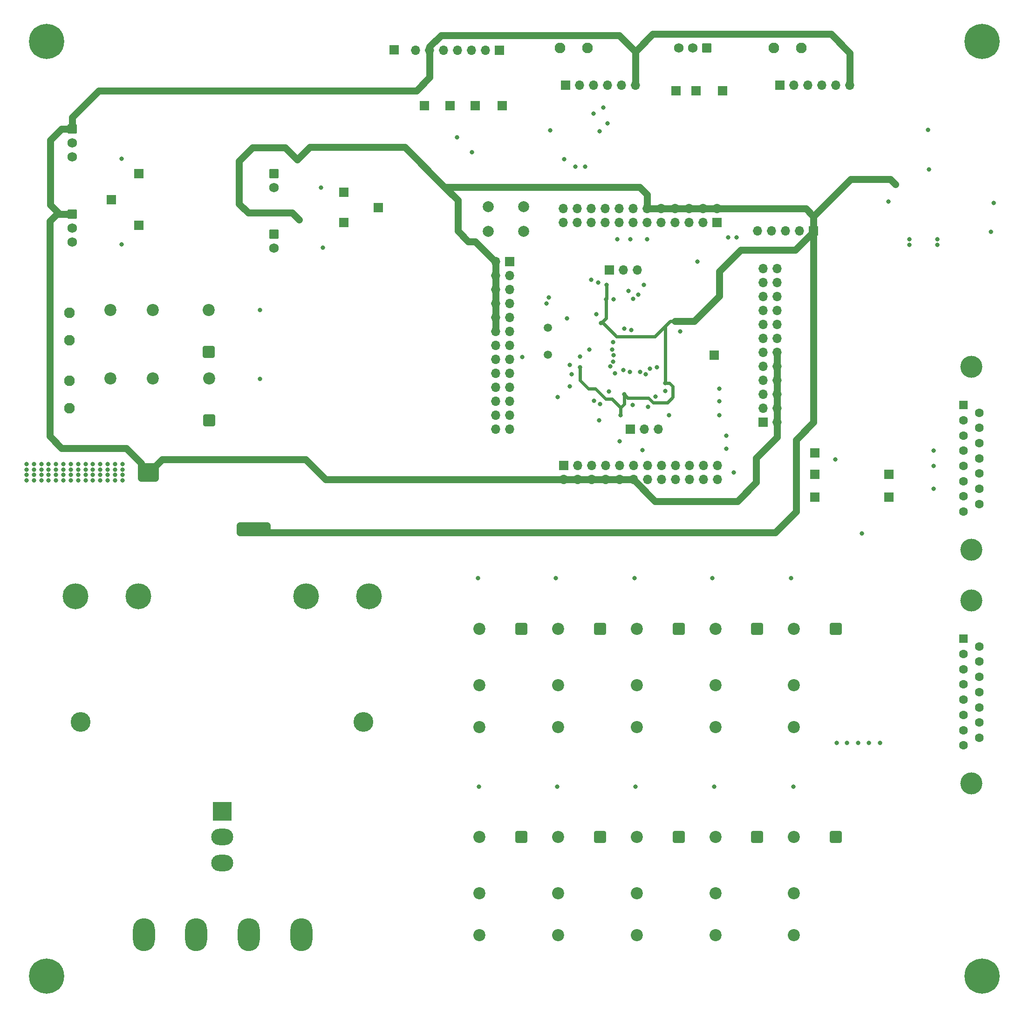
<source format=gbr>
%TF.GenerationSoftware,KiCad,Pcbnew,8.0.7*%
%TF.CreationDate,2025-04-17T15:34:12+07:00*%
%TF.ProjectId,Tractor VCU,54726163-746f-4722-9056-43552e6b6963,rev?*%
%TF.SameCoordinates,Original*%
%TF.FileFunction,Copper,L3,Inr*%
%TF.FilePolarity,Positive*%
%FSLAX46Y46*%
G04 Gerber Fmt 4.6, Leading zero omitted, Abs format (unit mm)*
G04 Created by KiCad (PCBNEW 8.0.7) date 2025-04-17 15:34:12*
%MOMM*%
%LPD*%
G01*
G04 APERTURE LIST*
G04 Aperture macros list*
%AMRoundRect*
0 Rectangle with rounded corners*
0 $1 Rounding radius*
0 $2 $3 $4 $5 $6 $7 $8 $9 X,Y pos of 4 corners*
0 Add a 4 corners polygon primitive as box body*
4,1,4,$2,$3,$4,$5,$6,$7,$8,$9,$2,$3,0*
0 Add four circle primitives for the rounded corners*
1,1,$1+$1,$2,$3*
1,1,$1+$1,$4,$5*
1,1,$1+$1,$6,$7*
1,1,$1+$1,$8,$9*
0 Add four rect primitives between the rounded corners*
20,1,$1+$1,$2,$3,$4,$5,0*
20,1,$1+$1,$4,$5,$6,$7,0*
20,1,$1+$1,$6,$7,$8,$9,0*
20,1,$1+$1,$8,$9,$2,$3,0*%
G04 Aperture macros list end*
%TA.AperFunction,ComponentPad*%
%ADD10RoundRect,0.341000X-0.759000X0.759000X-0.759000X-0.759000X0.759000X-0.759000X0.759000X0.759000X0*%
%TD*%
%TA.AperFunction,ComponentPad*%
%ADD11C,2.200000*%
%TD*%
%TA.AperFunction,ComponentPad*%
%ADD12R,1.700000X1.700000*%
%TD*%
%TA.AperFunction,ComponentPad*%
%ADD13C,0.800000*%
%TD*%
%TA.AperFunction,ComponentPad*%
%ADD14C,6.400000*%
%TD*%
%TA.AperFunction,ComponentPad*%
%ADD15C,1.950000*%
%TD*%
%TA.AperFunction,ComponentPad*%
%ADD16O,1.700000X1.700000*%
%TD*%
%TA.AperFunction,ComponentPad*%
%ADD17C,4.000000*%
%TD*%
%TA.AperFunction,ComponentPad*%
%ADD18R,1.600000X1.600000*%
%TD*%
%TA.AperFunction,ComponentPad*%
%ADD19C,1.600000*%
%TD*%
%TA.AperFunction,ComponentPad*%
%ADD20C,4.700000*%
%TD*%
%TA.AperFunction,ComponentPad*%
%ADD21RoundRect,0.341000X0.759000X0.759000X-0.759000X0.759000X-0.759000X-0.759000X0.759000X-0.759000X0*%
%TD*%
%TA.AperFunction,ComponentPad*%
%ADD22O,4.000000X6.000000*%
%TD*%
%TA.AperFunction,ComponentPad*%
%ADD23RoundRect,0.250000X-0.620000X0.620000X-0.620000X-0.620000X0.620000X-0.620000X0.620000X0.620000X0*%
%TD*%
%TA.AperFunction,ComponentPad*%
%ADD24C,1.740000*%
%TD*%
%TA.AperFunction,ComponentPad*%
%ADD25C,1.500000*%
%TD*%
%TA.AperFunction,ComponentPad*%
%ADD26C,2.000000*%
%TD*%
%TA.AperFunction,ComponentPad*%
%ADD27C,3.600000*%
%TD*%
%TA.AperFunction,ComponentPad*%
%ADD28RoundRect,0.250000X0.620000X0.620000X-0.620000X0.620000X-0.620000X-0.620000X0.620000X-0.620000X0*%
%TD*%
%TA.AperFunction,ComponentPad*%
%ADD29R,3.400000X3.400000*%
%TD*%
%TA.AperFunction,ComponentPad*%
%ADD30O,4.000000X3.000000*%
%TD*%
%TA.AperFunction,ViaPad*%
%ADD31C,0.800000*%
%TD*%
%TA.AperFunction,Conductor*%
%ADD32C,1.250000*%
%TD*%
%TA.AperFunction,Conductor*%
%ADD33C,0.600000*%
%TD*%
G04 APERTURE END LIST*
D10*
%TO.N,+12V*%
%TO.C,K10*%
X255285000Y-208271574D03*
D11*
%TO.N,Net-(D13-A)*%
X247685000Y-208271574D03*
%TO.N,/DRIVER & CONNECTOR/DRIVER_PUMP5*%
X247685000Y-218471574D03*
%TO.N,PUMP_DRIVER*%
X247685000Y-226171574D03*
%TD*%
D12*
%TO.N,/DRIVER & CONNECTOR/DAC2_OUT*%
%TO.C,TP12*%
X251460000Y-146431000D03*
%TD*%
D10*
%TO.N,+12V*%
%TO.C,K8*%
X226710000Y-208272000D03*
D11*
%TO.N,Net-(D11-A)*%
X219110000Y-208272000D03*
%TO.N,/DRIVER & CONNECTOR/DRIVER_PUMP3*%
X219110000Y-218472000D03*
%TO.N,PUMP_DRIVER*%
X219110000Y-226172000D03*
%TD*%
D10*
%TO.N,+12V*%
%TO.C,K5*%
X255285000Y-170426000D03*
D11*
%TO.N,Net-(D8-A)*%
X247685000Y-170426000D03*
%TO.N,/DRIVER & CONNECTOR/DRIVER_MAIN5*%
X247685000Y-180626000D03*
%TO.N,MAIN_DRIVER*%
X247685000Y-188326000D03*
%TD*%
D10*
%TO.N,+12V*%
%TO.C,K6*%
X198135000Y-208272000D03*
D11*
%TO.N,Net-(D9-A)*%
X190535000Y-208272000D03*
%TO.N,/DRIVER & CONNECTOR/DRIVER_PUMP1*%
X190535000Y-218472000D03*
%TO.N,/POWER SUPPLY/72V*%
X190535000Y-226172000D03*
%TD*%
D13*
%TO.N,unconnected-(H6-Pad1)_3*%
%TO.C,H6*%
X109450000Y-233590000D03*
%TO.N,unconnected-(H6-Pad1)_2*%
X110152944Y-231892944D03*
%TO.N,unconnected-(H6-Pad1)_5*%
X110152944Y-235287056D03*
%TO.N,unconnected-(H6-Pad1)_7*%
X111850000Y-231190000D03*
D14*
%TO.N,unconnected-(H6-Pad1)_8*%
X111850000Y-233590000D03*
D13*
%TO.N,unconnected-(H6-Pad1)_4*%
X111850000Y-235990000D03*
%TO.N,unconnected-(H6-Pad1)_6*%
X113547056Y-231892944D03*
%TO.N,unconnected-(H6-Pad1)*%
X113547056Y-235287056D03*
%TO.N,unconnected-(H6-Pad1)_1*%
X114250000Y-233590000D03*
%TD*%
D12*
%TO.N,GND*%
%TO.C,TP22*%
X172106041Y-93787210D03*
%TD*%
D15*
%TO.N,CAN2_N*%
%TO.C,J16*%
X244007000Y-64766000D03*
%TO.N,CAN2_P*%
X249007000Y-64766000D03*
%TD*%
D12*
%TO.N,PUMP_THROTTLE*%
%TO.C,TP14*%
X264922000Y-146431000D03*
%TD*%
D13*
%TO.N,unconnected-(H5-Pad1)_5*%
%TO.C,H5*%
X109450000Y-63590000D03*
%TO.N,unconnected-(H5-Pad1)_8*%
X110152944Y-61892944D03*
%TO.N,unconnected-(H5-Pad1)_1*%
X110152944Y-65287056D03*
%TO.N,unconnected-(H5-Pad1)*%
X111850000Y-61190000D03*
D14*
%TO.N,unconnected-(H5-Pad1)_2*%
X111850000Y-63590000D03*
D13*
%TO.N,unconnected-(H5-Pad1)_6*%
X111850000Y-65990000D03*
%TO.N,unconnected-(H5-Pad1)_3*%
X113547056Y-61892944D03*
%TO.N,unconnected-(H5-Pad1)_4*%
X113547056Y-65287056D03*
%TO.N,unconnected-(H5-Pad1)_7*%
X114250000Y-63590000D03*
%TD*%
D12*
%TO.N,/DRIVER & CONNECTOR/SPI1_MISO*%
%TO.C,TP8*%
X180467000Y-75242000D03*
%TD*%
%TO.N,unconnected-(J17-Pin_1-Pad1)*%
%TO.C,J17*%
X194163000Y-65151000D03*
D16*
%TO.N,/DRIVER & CONNECTOR/SPI1_CS*%
X191623000Y-65151000D03*
%TO.N,/DRIVER & CONNECTOR/SPI1_SCK*%
X189083000Y-65151000D03*
%TO.N,/DRIVER & CONNECTOR/SPI1_MOSI*%
X186543000Y-65151000D03*
%TO.N,/DRIVER & CONNECTOR/SPI1_MISO*%
X184003000Y-65151000D03*
%TO.N,+5V*%
X181463000Y-65151000D03*
%TO.N,GND*%
X178923000Y-65151000D03*
%TD*%
D17*
%TO.N,GND*%
%TO.C,J9*%
X279885000Y-156053000D03*
X279885000Y-122753000D03*
D18*
%TO.N,MAIN_DGND*%
X278465000Y-129708000D03*
D19*
%TO.N,unconnected-(J9-Pad2)*%
X278465000Y-132478000D03*
%TO.N,/DRIVER & CONNECTOR/DRIVER_MAIN1*%
X278465000Y-135248000D03*
%TO.N,CAN1_P*%
X278465000Y-138018000D03*
%TO.N,CAN1_N*%
X278465000Y-140788000D03*
%TO.N,/DRIVER & CONNECTOR/DRIVER_MAIN5*%
X278465000Y-143558000D03*
%TO.N,unconnected-(J9-Pad7)*%
X278465000Y-146328000D03*
%TO.N,MAIN_DRIVER*%
X278465000Y-149098000D03*
%TO.N,MAIN_DGND*%
X281305000Y-131093000D03*
%TO.N,MAIN_TGND*%
X281305000Y-133863000D03*
%TO.N,/DRIVER & CONNECTOR/DRIVER_MAIN2*%
X281305000Y-136633000D03*
%TO.N,/DRIVER & CONNECTOR/DRIVER_MAIN3*%
X281305000Y-139403000D03*
%TO.N,/DRIVER & CONNECTOR/DRIVER_MAIN4*%
X281305000Y-142173000D03*
%TO.N,MAIN_THROTTLE*%
X281305000Y-144943000D03*
%TO.N,MAIN_DRIVER*%
X281305000Y-147713000D03*
%TD*%
D12*
%TO.N,PA15*%
%TO.C,J6*%
X233680000Y-96520000D03*
D16*
%TO.N,+3V3*%
X233680000Y-93980000D03*
%TO.N,/DRIVER & CONNECTOR/USART3_TX*%
X231140000Y-96520000D03*
%TO.N,+3V3*%
X231140000Y-93980000D03*
%TO.N,/DRIVER & CONNECTOR/USART3_RX*%
X228600000Y-96520000D03*
%TO.N,+3V3*%
X228600000Y-93980000D03*
%TO.N,PC12*%
X226060000Y-96520000D03*
%TO.N,+3V3*%
X226060000Y-93980000D03*
%TO.N,PD2*%
X223520000Y-96520000D03*
%TO.N,+3V3*%
X223520000Y-93980000D03*
%TO.N,/DRIVER & CONNECTOR/SPI1_SCK*%
X220980000Y-96520000D03*
%TO.N,+3V3*%
X220980000Y-93980000D03*
%TO.N,/DRIVER & CONNECTOR/SPI1_MISO*%
X218440000Y-96520000D03*
%TO.N,GND*%
X218440000Y-93980000D03*
%TO.N,/DRIVER & CONNECTOR/SPI1_MOSI*%
X215900000Y-96520000D03*
%TO.N,GND*%
X215900000Y-93980000D03*
%TO.N,/DRIVER & CONNECTOR/SPI1_CS*%
X213360000Y-96520000D03*
%TO.N,GND*%
X213360000Y-93980000D03*
%TO.N,PB7*%
X210820000Y-96520000D03*
%TO.N,GND*%
X210820000Y-93980000D03*
%TO.N,/STM32/PB8*%
X208280000Y-96520000D03*
%TO.N,GND*%
X208280000Y-93980000D03*
%TO.N,/STM32/PB9*%
X205740000Y-96520000D03*
%TO.N,GND*%
X205740000Y-93980000D03*
%TD*%
D10*
%TO.N,+12V*%
%TO.C,K4*%
X240997500Y-170426000D03*
D11*
%TO.N,Net-(D7-A)*%
X233397500Y-170426000D03*
%TO.N,/DRIVER & CONNECTOR/DRIVER_MAIN4*%
X233397500Y-180626000D03*
%TO.N,MAIN_DRIVER*%
X233397500Y-188326000D03*
%TD*%
D12*
%TO.N,GND*%
%TO.C,TP23*%
X251460000Y-138430000D03*
%TD*%
%TO.N,/DRIVER & CONNECTOR/SPI1_CS*%
%TO.C,TP5*%
X194602442Y-75242000D03*
%TD*%
D20*
%TO.N,+12V*%
%TO.C,MP2*%
X158958000Y-164465000D03*
%TD*%
D15*
%TO.N,CAN1_N*%
%TO.C,J15*%
X205145000Y-64766000D03*
%TO.N,CAN1_P*%
X210145000Y-64766000D03*
%TD*%
D12*
%TO.N,Net-(JP1-Pin_1)*%
%TO.C,JP1*%
X214122000Y-105156000D03*
D16*
%TO.N,/STM32/BOOT0*%
X216662000Y-105156000D03*
%TO.N,Net-(JP1-Pin_3)*%
X219202000Y-105156000D03*
%TD*%
D12*
%TO.N,MAIN_THROTTLE*%
%TO.C,TP13*%
X264922000Y-142279000D03*
%TD*%
D21*
%TO.N,+12V*%
%TO.C,K12*%
X141359000Y-132476000D03*
D11*
%TO.N,Net-(D15-A)*%
X141359000Y-124876000D03*
%TO.N,/RELAY/NO_EX2*%
X131159000Y-124876000D03*
%TO.N,/RELAY/COM_EX2*%
X123459000Y-124876000D03*
%TD*%
D22*
%TO.N,Net-(J21-Pin_1)*%
%TO.C,J21*%
X129512000Y-226060000D03*
%TO.N,GND*%
X139042000Y-226060000D03*
X148582000Y-226060000D03*
%TO.N,Net-(J21-Pin_4)*%
X158112000Y-226060000D03*
%TD*%
D23*
%TO.N,+5V*%
%TO.C,J19*%
X116459000Y-79478498D03*
D24*
%TO.N,Net-(J19-Pin_2)*%
X116459000Y-82018498D03*
%TO.N,GND*%
X116459000Y-84558498D03*
%TD*%
D23*
%TO.N,/DRIVER & CONNECTOR/BRAKE2_SWITCH*%
%TO.C,J12*%
X153150000Y-98630002D03*
D24*
%TO.N,GND*%
X153150000Y-101170002D03*
%TD*%
D12*
%TO.N,/DRIVER & CONNECTOR/SPI1_SCK*%
%TO.C,TP6*%
X189763628Y-75242000D03*
%TD*%
D10*
%TO.N,+12V*%
%TO.C,K3*%
X226710000Y-170426000D03*
D11*
%TO.N,Net-(D6-A)*%
X219110000Y-170426000D03*
%TO.N,/DRIVER & CONNECTOR/DRIVER_MAIN3*%
X219110000Y-180626000D03*
%TO.N,MAIN_DRIVER*%
X219110000Y-188326000D03*
%TD*%
D23*
%TO.N,/DRIVER & CONNECTOR/BRAKE1_SWITCH*%
%TO.C,J11*%
X153150000Y-87630000D03*
D24*
%TO.N,GND*%
X153150000Y-90170000D03*
%TD*%
D10*
%TO.N,+12V*%
%TO.C,K2*%
X212422500Y-170426000D03*
D11*
%TO.N,Net-(D5-A)*%
X204822500Y-170426000D03*
%TO.N,/DRIVER & CONNECTOR/DRIVER_MAIN2*%
X204822500Y-180626000D03*
%TO.N,MAIN_DRIVER*%
X204822500Y-188326000D03*
%TD*%
D25*
%TO.N,Net-(U2-PH1)*%
%TO.C,Y1*%
X202946000Y-120560000D03*
%TO.N,Net-(U2-PH0)*%
X202946000Y-115680000D03*
%TD*%
D12*
%TO.N,/DRIVER & CONNECTOR/USART3_RX*%
%TO.C,TP10*%
X226187000Y-72547000D03*
%TD*%
D26*
%TO.N,GND*%
%TO.C,SW1*%
X192076000Y-93635000D03*
X198576000Y-93635000D03*
%TO.N,NRST*%
X192076000Y-98135000D03*
X198576000Y-98135000D03*
%TD*%
D27*
%TO.N,GND*%
%TO.C,H1*%
X118017999Y-187325000D03*
%TD*%
D12*
%TO.N,/DRIVER & CONNECTOR/USART3_TX*%
%TO.C,TP9*%
X229870000Y-72547000D03*
%TD*%
%TO.N,PC13*%
%TO.C,J3*%
X195961000Y-103647000D03*
D16*
%TO.N,+3V3*%
X193421000Y-103647000D03*
%TO.N,PC14*%
X195961000Y-106187000D03*
%TO.N,+3V3*%
X193421000Y-106187000D03*
%TO.N,PC15*%
X195961000Y-108727000D03*
%TO.N,+3V3*%
X193421000Y-108727000D03*
%TO.N,NRST*%
X195961000Y-111267000D03*
%TO.N,+3V3*%
X193421000Y-111267000D03*
%TO.N,/DRIVER & CONNECTOR/BRAKE1_IN*%
X195961000Y-113807000D03*
%TO.N,+3V3*%
X193421000Y-113807000D03*
%TO.N,/DRIVER & CONNECTOR/BRAKE2_IN*%
X195961000Y-116347000D03*
%TO.N,+3V3*%
X193421000Y-116347000D03*
%TO.N,/DRIVER & CONNECTOR/ADC1_IN12*%
X195961000Y-118887000D03*
%TO.N,GND*%
X193421000Y-118887000D03*
%TO.N,/DRIVER & CONNECTOR/ADC1_IN13*%
X195961000Y-121427000D03*
%TO.N,GND*%
X193421000Y-121427000D03*
%TO.N,PA0*%
X195961000Y-123967000D03*
%TO.N,GND*%
X193421000Y-123967000D03*
%TO.N,/STM32/PA1*%
X195961000Y-126507000D03*
%TO.N,GND*%
X193421000Y-126507000D03*
%TO.N,/STM32/PA2*%
X195961000Y-129047000D03*
%TO.N,GND*%
X193421000Y-129047000D03*
%TO.N,PA3*%
X195961000Y-131587000D03*
%TO.N,GND*%
X193421000Y-131587000D03*
%TO.N,/DRIVER & CONNECTOR/DAC1_OUT*%
X195961000Y-134127000D03*
%TO.N,GND*%
X193421000Y-134127000D03*
%TD*%
D20*
%TO.N,5_BUCK*%
%TO.C,MP3*%
X128478000Y-164465000D03*
%TD*%
D23*
%TO.N,+5V*%
%TO.C,J20*%
X116459000Y-94996000D03*
D24*
%TO.N,Net-(J20-Pin_2)*%
X116459000Y-97536000D03*
%TO.N,GND*%
X116459000Y-100076000D03*
%TD*%
D12*
%TO.N,/DRIVER & CONNECTOR/ADC1_IN13*%
%TO.C,TP16*%
X128631599Y-97051499D03*
%TD*%
%TO.N,+3V3*%
%TO.C,J2*%
X251205999Y-98044000D03*
D16*
%TO.N,PA13*%
X248665999Y-98044000D03*
%TO.N,PA14*%
X246125999Y-98044000D03*
%TO.N,NRST*%
X243585999Y-98044000D03*
%TO.N,GND*%
X241045999Y-98044000D03*
%TD*%
D20*
%TO.N,GND*%
%TO.C,MP4*%
X117048000Y-164465000D03*
%TD*%
D12*
%TO.N,CAN2_N*%
%TO.C,J14*%
X245105000Y-71553500D03*
D16*
%TO.N,CAN2_P*%
X247645000Y-71553500D03*
%TO.N,/STM32/PB12*%
X250185000Y-71553500D03*
%TO.N,/STM32/PB13*%
X252725000Y-71553500D03*
%TO.N,GND*%
X255265000Y-71553500D03*
%TO.N,+5V*%
X257805000Y-71553500D03*
%TD*%
D12*
%TO.N,/DRIVER & CONNECTOR/ADC1_IN12*%
%TO.C,TP15*%
X128631599Y-87573006D03*
%TD*%
D20*
%TO.N,GND*%
%TO.C,MP1*%
X170388000Y-164464998D03*
%TD*%
D12*
%TO.N,/DRIVER & CONNECTOR/BRAKE2_IN*%
%TO.C,TP18*%
X165850000Y-96520001D03*
%TD*%
D21*
%TO.N,+12V*%
%TO.C,K11*%
X141338000Y-120030000D03*
D11*
%TO.N,Net-(D14-A)*%
X141338000Y-112430000D03*
%TO.N,/RELAY/NO_EX1*%
X131138000Y-112430000D03*
%TO.N,/RELAY/COM_EX1*%
X123438000Y-112430000D03*
%TD*%
D28*
%TO.N,GND*%
%TO.C,J18*%
X231775000Y-64770000D03*
D24*
%TO.N,/DRIVER & CONNECTOR/USART3_TX*%
X229235000Y-64770000D03*
%TO.N,/DRIVER & CONNECTOR/USART3_RX*%
X226695000Y-64770000D03*
%TD*%
D17*
%TO.N,GND*%
%TO.C,J10*%
X279900331Y-198567000D03*
X279900331Y-165267000D03*
D18*
%TO.N,PUMP_DGND*%
X278480331Y-172222000D03*
D19*
%TO.N,unconnected-(J10-Pad2)*%
X278480331Y-174992000D03*
%TO.N,/DRIVER & CONNECTOR/DRIVER_PUMP1*%
X278480331Y-177762000D03*
%TO.N,CAN2_P*%
X278480331Y-180532000D03*
%TO.N,CAN2_N*%
X278480331Y-183302000D03*
%TO.N,/DRIVER & CONNECTOR/DRIVER_PUMP5*%
X278480331Y-186072000D03*
%TO.N,unconnected-(J10-Pad7)*%
X278480331Y-188842000D03*
%TO.N,PUMP_DRIVER*%
X278480331Y-191612000D03*
%TO.N,PUMP_DGND*%
X281320331Y-173607000D03*
%TO.N,PUMP_TGND*%
X281320331Y-176377000D03*
%TO.N,/DRIVER & CONNECTOR/DRIVER_PUMP2*%
X281320331Y-179147000D03*
%TO.N,/DRIVER & CONNECTOR/DRIVER_PUMP3*%
X281320331Y-181917000D03*
%TO.N,/DRIVER & CONNECTOR/DRIVER_PUMP4*%
X281320331Y-184687000D03*
%TO.N,PUMP_THROTTLE*%
X281320331Y-187457000D03*
%TO.N,PUMP_DRIVER*%
X281320331Y-190227000D03*
%TD*%
D10*
%TO.N,+12V*%
%TO.C,K1*%
X198135000Y-170426000D03*
D11*
%TO.N,Net-(D4-A)*%
X190535000Y-170426000D03*
%TO.N,/DRIVER & CONNECTOR/DRIVER_MAIN1*%
X190535000Y-180626000D03*
%TO.N,/POWER SUPPLY/72V*%
X190535000Y-188326000D03*
%TD*%
D27*
%TO.N,GND*%
%TO.C,H2*%
X169418000Y-187325000D03*
%TD*%
D13*
%TO.N,unconnected-(H3-Pad1)_2*%
%TO.C,H3*%
X279450000Y-233590000D03*
%TO.N,unconnected-(H3-Pad1)*%
X280152944Y-231892944D03*
%TO.N,unconnected-(H3-Pad1)_7*%
X280152944Y-235287056D03*
%TO.N,unconnected-(H3-Pad1)_6*%
X281850000Y-231190000D03*
D14*
%TO.N,unconnected-(H3-Pad1)_8*%
X281850000Y-233590000D03*
D13*
%TO.N,unconnected-(H3-Pad1)_1*%
X281850000Y-235990000D03*
%TO.N,unconnected-(H3-Pad1)_4*%
X283547056Y-231892944D03*
%TO.N,unconnected-(H3-Pad1)_3*%
X283547056Y-235287056D03*
%TO.N,unconnected-(H3-Pad1)_5*%
X284250000Y-233590000D03*
%TD*%
D12*
%TO.N,/DRIVER & CONNECTOR/SPI1_MOSI*%
%TO.C,TP7*%
X185166000Y-75242000D03*
%TD*%
%TO.N,/DRIVER & CONNECTOR/BRAKE1_IN*%
%TO.C,TP17*%
X165850000Y-91010003D03*
%TD*%
D10*
%TO.N,+12V*%
%TO.C,K9*%
X240997500Y-208272000D03*
D11*
%TO.N,Net-(D12-A)*%
X233397500Y-208272000D03*
%TO.N,/DRIVER & CONNECTOR/DRIVER_PUMP4*%
X233397500Y-218472000D03*
%TO.N,PUMP_DRIVER*%
X233397500Y-226172000D03*
%TD*%
D12*
%TO.N,GND*%
%TO.C,TP20*%
X175006000Y-65126000D03*
%TD*%
%TO.N,CAN1_N*%
%TO.C,J13*%
X206121000Y-71553500D03*
D16*
%TO.N,CAN1_P*%
X208661000Y-71553500D03*
%TO.N,/STM32/PB8*%
X211201000Y-71553500D03*
%TO.N,/STM32/PB9*%
X213741000Y-71553500D03*
%TO.N,GND*%
X216281000Y-71553500D03*
%TO.N,+5V*%
X218821000Y-71553500D03*
%TD*%
D12*
%TO.N,Net-(JP2-Pin_1)*%
%TO.C,JP2*%
X217909500Y-134112000D03*
D16*
%TO.N,PB2*%
X220449500Y-134112000D03*
%TO.N,Net-(JP2-Pin_3)*%
X222989500Y-134112000D03*
%TD*%
D29*
%TO.N,+12V*%
%TO.C,SW2*%
X143764000Y-203580000D03*
D30*
%TO.N,Net-(SW2-B)*%
X143764000Y-208280000D03*
%TO.N,unconnected-(SW2-C-Pad3)*%
X143764000Y-212980000D03*
%TD*%
D15*
%TO.N,/RELAY/NO_EX1*%
%TO.C,J7*%
X115951000Y-117903000D03*
%TO.N,/RELAY/COM_EX1*%
X115951000Y-112903000D03*
%TD*%
D13*
%TO.N,unconnected-(H4-Pad1)_8*%
%TO.C,H4*%
X279450000Y-63590000D03*
%TO.N,unconnected-(H4-Pad1)_6*%
X280152944Y-61892944D03*
%TO.N,unconnected-(H4-Pad1)*%
X280152944Y-65287056D03*
%TO.N,unconnected-(H4-Pad1)_4*%
X281850000Y-61190000D03*
D14*
%TO.N,unconnected-(H4-Pad1)_3*%
X281850000Y-63590000D03*
D13*
%TO.N,unconnected-(H4-Pad1)_1*%
X281850000Y-65990000D03*
%TO.N,unconnected-(H4-Pad1)_7*%
X283547056Y-61892944D03*
%TO.N,unconnected-(H4-Pad1)_5*%
X283547056Y-65287056D03*
%TO.N,unconnected-(H4-Pad1)_2*%
X284250000Y-63590000D03*
%TD*%
D10*
%TO.N,+12V*%
%TO.C,K7*%
X212422500Y-208272000D03*
D11*
%TO.N,Net-(D10-A)*%
X204822500Y-208272000D03*
%TO.N,/DRIVER & CONNECTOR/DRIVER_PUMP2*%
X204822500Y-218472000D03*
%TO.N,PUMP_DRIVER*%
X204822500Y-226172000D03*
%TD*%
D15*
%TO.N,/RELAY/NO_EX2*%
%TO.C,J8*%
X115951000Y-130266500D03*
%TO.N,/RELAY/COM_EX2*%
X115951000Y-125266500D03*
%TD*%
D12*
%TO.N,GND*%
%TO.C,TP21*%
X234696000Y-72547000D03*
%TD*%
%TO.N,/DRIVER & CONNECTOR/DAC2_OUT*%
%TO.C,J4*%
X205780000Y-140716000D03*
D16*
%TO.N,+5V*%
X205780000Y-143256000D03*
%TO.N,PA6*%
X208320000Y-140716000D03*
%TO.N,+5V*%
X208320000Y-143256000D03*
%TO.N,/STM32/PA7*%
X210860000Y-140716000D03*
%TO.N,+5V*%
X210860000Y-143256000D03*
%TO.N,/STM32/PC4*%
X213400000Y-140716000D03*
%TO.N,+5V*%
X213400000Y-143256000D03*
%TO.N,/STM32/PC5*%
X215940000Y-140716000D03*
%TO.N,+5V*%
X215940000Y-143256000D03*
%TO.N,/STM32/PB0*%
X218480000Y-140716000D03*
%TO.N,+5V*%
X218480000Y-143256000D03*
%TO.N,/STM32/PB1*%
X221020000Y-140716000D03*
%TO.N,GND*%
X221020000Y-143256000D03*
%TO.N,PB2*%
X223560000Y-140716000D03*
%TO.N,GND*%
X223560000Y-143256000D03*
%TO.N,PB10*%
X226100000Y-140716000D03*
%TO.N,GND*%
X226100000Y-143256000D03*
%TO.N,/STM32/PB12*%
X228640000Y-140716000D03*
%TO.N,GND*%
X228640000Y-143256000D03*
%TO.N,/STM32/PB13*%
X231180000Y-140716000D03*
%TO.N,GND*%
X231180000Y-143256000D03*
%TO.N,PB14*%
X233720000Y-140716000D03*
%TO.N,GND*%
X233720000Y-143256000D03*
%TD*%
D12*
%TO.N,/DRIVER & CONNECTOR/DAC1_OUT*%
%TO.C,TP11*%
X251460000Y-142279000D03*
%TD*%
%TO.N,GND*%
%TO.C,TP19*%
X123571000Y-92329000D03*
%TD*%
%TO.N,PA8*%
%TO.C,TP4*%
X233172000Y-120650000D03*
%TD*%
%TO.N,/STM32/PB15*%
%TO.C,J5*%
X242042000Y-132822000D03*
D16*
%TO.N,+5V*%
X244582000Y-132822000D03*
%TO.N,/STM32/PC6*%
X242042000Y-130282000D03*
%TO.N,+5V*%
X244582000Y-130282000D03*
%TO.N,/STM32/PC7*%
X242042000Y-127742000D03*
%TO.N,+5V*%
X244582000Y-127742000D03*
%TO.N,/STM32/PC8*%
X242042000Y-125202000D03*
%TO.N,+5V*%
X244582000Y-125202000D03*
%TO.N,/STM32/PC9*%
X242042000Y-122662000D03*
%TO.N,+5V*%
X244582000Y-122662000D03*
%TO.N,PA8*%
X242042000Y-120122000D03*
%TO.N,+5V*%
X244582000Y-120122000D03*
%TO.N,PA9*%
X242042000Y-117582000D03*
%TO.N,GND*%
X244582000Y-117582000D03*
%TO.N,PA10*%
X242042000Y-115042000D03*
%TO.N,GND*%
X244582000Y-115042000D03*
%TO.N,USB_D_N*%
X242042000Y-112502000D03*
%TO.N,GND*%
X244582000Y-112502000D03*
%TO.N,USB_D_P*%
X242042000Y-109962000D03*
%TO.N,GND*%
X244582000Y-109962000D03*
%TO.N,PA13*%
X242042000Y-107422000D03*
%TO.N,GND*%
X244582000Y-107422000D03*
%TO.N,PA14*%
X242042000Y-104882000D03*
%TO.N,GND*%
X244582000Y-104882000D03*
%TD*%
D31*
%TO.N,GND*%
X109542384Y-142409332D03*
X117572688Y-141435666D03*
X114895920Y-143383000D03*
X108204000Y-142409332D03*
X114895920Y-141435666D03*
X113557536Y-143383000D03*
X124264608Y-142409332D03*
X108204000Y-140462000D03*
X110880768Y-140462000D03*
X264795000Y-92710000D03*
X109542384Y-140462000D03*
X211709000Y-113157000D03*
X113557536Y-141435666D03*
X116234304Y-142409332D03*
X224313980Y-127141312D03*
X120249456Y-141435666D03*
X110880768Y-142409332D03*
X109542384Y-141435666D03*
X122926224Y-141435666D03*
X124264608Y-143383000D03*
X247142000Y-161163000D03*
X108204000Y-143383000D03*
X204597000Y-199136000D03*
X116234304Y-141435666D03*
X190373000Y-199136000D03*
X120249456Y-143383000D03*
X218821000Y-199136000D03*
X233172000Y-199136000D03*
X208788000Y-120904000D03*
X204343000Y-161163000D03*
X232791000Y-161163000D03*
X125603000Y-141435666D03*
X116234304Y-143383000D03*
X108204000Y-141435666D03*
X117572688Y-142409332D03*
X120249456Y-140462000D03*
X110880768Y-143383000D03*
X255143000Y-139573000D03*
X206375000Y-113919000D03*
X114895920Y-142409332D03*
X117572688Y-140462000D03*
X118911072Y-140462000D03*
X112219152Y-143383000D03*
X113557536Y-142409332D03*
X190246000Y-161163000D03*
X122926224Y-142409332D03*
X259969000Y-153035000D03*
X118911072Y-143383000D03*
X125603000Y-142409332D03*
X272034000Y-79629000D03*
X220345000Y-107823000D03*
X272161000Y-86868000D03*
X118911072Y-142409332D03*
X122926224Y-143383000D03*
X117572688Y-143383000D03*
X161671000Y-90170000D03*
X121587840Y-143383000D03*
X121587840Y-142409332D03*
X114895920Y-140462000D03*
X222504000Y-128143000D03*
X150622000Y-112395000D03*
X150622000Y-124968000D03*
X125603000Y-143383000D03*
X124264608Y-141435666D03*
X118911072Y-141435666D03*
X120249456Y-142409332D03*
X283464000Y-98171000D03*
X206883000Y-122428000D03*
X273685000Y-99568000D03*
X122926224Y-140462000D03*
X121587840Y-141435666D03*
X226949000Y-116332000D03*
X113557536Y-140462000D03*
X116234304Y-140462000D03*
X112219152Y-140462000D03*
X218694000Y-161163000D03*
X224917000Y-131572000D03*
X112219152Y-142409332D03*
X125603000Y-140462000D03*
X125476000Y-100456999D03*
X283972000Y-92964000D03*
X109542384Y-143383000D03*
X247523000Y-199136000D03*
X268605000Y-99568000D03*
X268605000Y-100584000D03*
X124264608Y-140462000D03*
X162052000Y-101092000D03*
X214884000Y-110490000D03*
X121587840Y-140462000D03*
X110880768Y-141435666D03*
X273685000Y-100584000D03*
X213995000Y-127254000D03*
X125476000Y-84939500D03*
X112219152Y-141435666D03*
%TO.N,+3V3*%
X157734000Y-96012000D03*
X149415500Y-152908000D03*
X157353000Y-85090000D03*
X213487000Y-110490000D03*
X150653750Y-151638000D03*
X146939000Y-151638000D03*
X216154000Y-131572000D03*
X151892000Y-152908000D03*
X148177250Y-152908000D03*
X216789000Y-127762000D03*
X212598000Y-114808000D03*
X208788000Y-122809000D03*
X150653750Y-152908000D03*
X224282000Y-125730000D03*
X266065000Y-89535000D03*
X151892000Y-151638000D03*
X148209000Y-151638000D03*
X226060000Y-114427000D03*
X213614000Y-107823000D03*
X146939000Y-152908000D03*
X189051000Y-99949000D03*
%TO.N,NRST*%
X214757000Y-118237000D03*
X203073000Y-110109000D03*
X230124000Y-103632000D03*
%TO.N,+5V*%
X130302000Y-140843000D03*
X131572000Y-143002000D03*
X131572000Y-141922500D03*
X130302000Y-143002000D03*
X129032000Y-143002000D03*
X131572000Y-140843000D03*
X129032000Y-141922500D03*
X130302000Y-141922500D03*
X129032000Y-140843000D03*
%TO.N,/DRIVER & CONNECTOR/ADC1_IN12*%
X198323200Y-121005600D03*
X214884000Y-120650000D03*
%TO.N,/DRIVER & CONNECTOR/ADC1_IN13*%
X206883000Y-126350000D03*
X214757000Y-121793000D03*
%TO.N,/DRIVER & CONNECTOR/DAC1_OUT*%
X215138000Y-123952000D03*
X211328000Y-128905000D03*
X235331000Y-137668000D03*
%TO.N,/STM32/PA1*%
X214249000Y-122682000D03*
X204724000Y-128270000D03*
%TO.N,PA6*%
X217805000Y-123698000D03*
X212217000Y-132461000D03*
%TO.N,/STM32/PC5*%
X218313000Y-129667000D03*
X215940000Y-136271000D03*
%TO.N,/STM32/PB1*%
X219710000Y-123698000D03*
X220091000Y-137922000D03*
%TO.N,PB10*%
X220726000Y-124079000D03*
X221119700Y-130060700D03*
%TO.N,/STM32/PB13*%
X222755218Y-122855986D03*
X237236000Y-99187000D03*
%TO.N,/STM32/PB12*%
X221488000Y-123063000D03*
X235712000Y-99187000D03*
%TO.N,/STM32/PC6*%
X234061000Y-131572000D03*
X257302000Y-191135000D03*
%TO.N,/STM32/PC8*%
X261239000Y-191135000D03*
X234061000Y-126746000D03*
%TO.N,/STM32/PC7*%
X259334000Y-191135000D03*
X234061000Y-129032000D03*
%TO.N,/STM32/PB15*%
X235331000Y-135255000D03*
X255397000Y-191135000D03*
%TO.N,/STM32/PC9*%
X263271000Y-191135000D03*
%TO.N,PB7*%
X216789000Y-115824000D03*
X210820000Y-106934000D03*
%TO.N,/STM32/PB9*%
X212979000Y-75565000D03*
X207975200Y-86360000D03*
%TO.N,/DRIVER & CONNECTOR/SPI1_MISO*%
X218440000Y-110363000D03*
X217932000Y-99568000D03*
%TO.N,/STM32/PB8*%
X211200999Y-76708000D03*
X209702400Y-86360000D03*
%TO.N,/DRIVER & CONNECTOR/SPI1_CS*%
X205867000Y-84963000D03*
X212090000Y-107442000D03*
X203327000Y-79756000D03*
X218059000Y-116078000D03*
%TO.N,/DRIVER & CONNECTOR/SPI1_SCK*%
X219344000Y-109601000D03*
X220980000Y-99568000D03*
%TO.N,/DRIVER & CONNECTOR/SPI1_MOSI*%
X189103000Y-83693000D03*
X186436000Y-81026000D03*
X217551000Y-108966000D03*
X215519000Y-99568000D03*
%TO.N,CAN1_P*%
X213741000Y-78486000D03*
X273050000Y-138018000D03*
%TO.N,CAN1_N*%
X212344000Y-79883000D03*
X273050000Y-140788000D03*
%TO.N,MAIN_THROTTLE*%
X273050000Y-144943000D03*
%TO.N,/DRIVER & CONNECTOR/BRAKE2_IN*%
X214630000Y-119634000D03*
X207264000Y-124079000D03*
%TO.N,/DRIVER & CONNECTOR/BRAKE1_IN*%
X210439000Y-119634000D03*
X202692000Y-111252000D03*
%TO.N,/DRIVER & CONNECTOR/DAC2_OUT*%
X236728000Y-141986000D03*
X216662000Y-123317000D03*
X212394800Y-129489200D03*
%TD*%
D32*
%TO.N,+3V3*%
X193421000Y-116347000D02*
X193421000Y-103647000D01*
X149415500Y-152908000D02*
X149415500Y-152876250D01*
D33*
X222096000Y-129286000D02*
X224663000Y-129286000D01*
D32*
X244221000Y-152908000D02*
X248031000Y-149098000D01*
D33*
X224282000Y-125730000D02*
X224282000Y-115316000D01*
X208788000Y-125222000D02*
X210312000Y-126746000D01*
D32*
X149250400Y-82905600D02*
X146812000Y-85344000D01*
D33*
X212598000Y-114808000D02*
X213487000Y-113919000D01*
X214604600Y-128625600D02*
X216154000Y-130175000D01*
D32*
X189712600Y-99949000D02*
X193410600Y-103647000D01*
D33*
X224282000Y-115316000D02*
X225171000Y-114427000D01*
D32*
X157353000Y-85090000D02*
X155168600Y-82905600D01*
X193410600Y-103647000D02*
X193421000Y-103647000D01*
X247904000Y-101473000D02*
X237998000Y-101473000D01*
D33*
X216154000Y-131572000D02*
X216154000Y-130175000D01*
X225653600Y-128295400D02*
X225653600Y-126339600D01*
D32*
X148209000Y-151638000D02*
X148209000Y-152876250D01*
X146939000Y-152908000D02*
X151892000Y-152908000D01*
X248031000Y-136017000D02*
X251205999Y-132842001D01*
D33*
X216789000Y-129540000D02*
X216789000Y-127762000D01*
D32*
X251205999Y-98171001D02*
X247904000Y-101473000D01*
X151892000Y-152908000D02*
X244221000Y-152908000D01*
D33*
X213614000Y-110363000D02*
X213487000Y-110490000D01*
D32*
X184150000Y-90043000D02*
X176911000Y-82804000D01*
D33*
X210312000Y-126746000D02*
X211582000Y-126746000D01*
D32*
X220980000Y-91440000D02*
X219583000Y-90043000D01*
D33*
X225653600Y-126339600D02*
X225044000Y-125730000D01*
D32*
X228600000Y-93980000D02*
X233680000Y-93980000D01*
D33*
X212598000Y-114808000D02*
X212979000Y-114808000D01*
D32*
X156464000Y-94742000D02*
X157734000Y-96012000D01*
X151892000Y-151638000D02*
X151892000Y-152908000D01*
X150653750Y-151638000D02*
X150653750Y-152908000D01*
X234061000Y-105410000D02*
X234061000Y-109855000D01*
X233680000Y-93980000D02*
X249809000Y-93980000D01*
X186563000Y-92456000D02*
X186563000Y-98069400D01*
D33*
X213461600Y-128625600D02*
X214604600Y-128625600D01*
X215392000Y-117221000D02*
X222377000Y-117221000D01*
D32*
X248031000Y-149098000D02*
X248031000Y-136017000D01*
X219583000Y-90043000D02*
X184150000Y-90043000D01*
X249809000Y-93980000D02*
X251206000Y-95377000D01*
X176911000Y-82804000D02*
X159639000Y-82804000D01*
D33*
X225171000Y-114427000D02*
X226060000Y-114427000D01*
D32*
X149415500Y-152908000D02*
X149415500Y-152844500D01*
X251205999Y-132842001D02*
X251205999Y-98044000D01*
X251206000Y-95377000D02*
X251205999Y-95377001D01*
X234061000Y-109855000D02*
X229489000Y-114427000D01*
X229489000Y-114427000D02*
X226060000Y-114427000D01*
X188442600Y-99949000D02*
X189051000Y-99949000D01*
X265176000Y-88646000D02*
X257937000Y-88646000D01*
X257937000Y-88646000D02*
X251206000Y-95377000D01*
X146812000Y-85344000D02*
X146812000Y-93091000D01*
D33*
X213487000Y-113919000D02*
X213487000Y-110490000D01*
D32*
X149415500Y-152876250D02*
X150653750Y-151638000D01*
X186563000Y-98069400D02*
X188442600Y-99949000D01*
X149415500Y-152844500D02*
X148209000Y-151638000D01*
X220980000Y-93980000D02*
X220980000Y-91440000D01*
X148463000Y-94742000D02*
X156464000Y-94742000D01*
X189051000Y-99949000D02*
X189712600Y-99949000D01*
D33*
X225044000Y-125730000D02*
X224282000Y-125730000D01*
D32*
X223520000Y-93980000D02*
X226060000Y-93980000D01*
D33*
X212979000Y-114808000D02*
X215392000Y-117221000D01*
D32*
X155168600Y-82905600D02*
X149250400Y-82905600D01*
D33*
X221207000Y-128397000D02*
X222096000Y-129286000D01*
D32*
X148209000Y-151638000D02*
X150653750Y-151638000D01*
D33*
X251205999Y-98044000D02*
X251205999Y-98171001D01*
D32*
X146812000Y-93091000D02*
X148463000Y-94742000D01*
D33*
X213614000Y-107823000D02*
X213614000Y-110363000D01*
X221207000Y-128397000D02*
X217424000Y-128397000D01*
D32*
X150653750Y-151638000D02*
X151892000Y-151638000D01*
X159639000Y-82804000D02*
X157353000Y-85090000D01*
D33*
X208788000Y-122809000D02*
X208788000Y-125222000D01*
D32*
X251205999Y-95377001D02*
X251205999Y-98044000D01*
X266065000Y-89535000D02*
X265176000Y-88646000D01*
X220980000Y-93980000D02*
X223520000Y-93980000D01*
D33*
X211582000Y-126746000D02*
X213461600Y-128625600D01*
D32*
X184150000Y-90043000D02*
X186563000Y-92456000D01*
D33*
X216154000Y-130175000D02*
X216789000Y-129540000D01*
D32*
X237998000Y-101473000D02*
X234061000Y-105410000D01*
X226060000Y-93980000D02*
X228600000Y-93980000D01*
X148209000Y-151638000D02*
X146939000Y-151638000D01*
D33*
X224663000Y-129286000D02*
X225653600Y-128295400D01*
X217424000Y-128397000D02*
X216789000Y-127762000D01*
X222377000Y-117221000D02*
X224282000Y-115316000D01*
D32*
X146939000Y-151638000D02*
X146939000Y-152908000D01*
X148209000Y-152876250D02*
X148177250Y-152908000D01*
%TO.N,+5V*%
X129032000Y-141922500D02*
X131572000Y-141922500D01*
X126339600Y-137566400D02*
X114579400Y-137566400D01*
X244582000Y-135529000D02*
X240792000Y-139319000D01*
X131572000Y-140843000D02*
X129032000Y-140843000D01*
X215900000Y-62484000D02*
X183515000Y-62484000D01*
X116459000Y-79478498D02*
X116459000Y-77343000D01*
X158877000Y-139573000D02*
X132842000Y-139573000D01*
X130302000Y-143002000D02*
X130302000Y-140843000D01*
X113919001Y-94718501D02*
X112522000Y-93321500D01*
X162560000Y-143256000D02*
X158877000Y-139573000D01*
X129032000Y-140843000D02*
X129032000Y-140258800D01*
X129032000Y-140258800D02*
X126339600Y-137566400D01*
X131572000Y-140843000D02*
X131572000Y-143002000D01*
X221996000Y-62230000D02*
X218821000Y-65405000D01*
X181463000Y-70124000D02*
X181463000Y-68478000D01*
X181463000Y-64536000D02*
X181463000Y-68478000D01*
X205780000Y-143256000D02*
X218480000Y-143256000D01*
X116459000Y-77343000D02*
X121285000Y-72517000D01*
X205780000Y-143256000D02*
X162560000Y-143256000D01*
X218821000Y-65405000D02*
X215900000Y-62484000D01*
X240792000Y-139319000D02*
X240792000Y-143764000D01*
X112522000Y-93321500D02*
X112522000Y-81510500D01*
X218821000Y-65405000D02*
X218821000Y-71553500D01*
X116459000Y-94996000D02*
X113919001Y-94996000D01*
X131572000Y-143002000D02*
X129032000Y-143002000D01*
X121285000Y-72517000D02*
X179070000Y-72517000D01*
X112522000Y-81510500D02*
X114554002Y-79478498D01*
X129032000Y-143002000D02*
X129032000Y-140843000D01*
X183515000Y-62484000D02*
X181463000Y-64536000D01*
X222417000Y-147193000D02*
X218480000Y-143256000D01*
X244582000Y-120122000D02*
X244582000Y-132822000D01*
X237363000Y-147193000D02*
X222417000Y-147193000D01*
X254381000Y-62230000D02*
X221996000Y-62230000D01*
X179070000Y-72517000D02*
X181463000Y-70124000D01*
X112395000Y-135382000D02*
X112395000Y-96242502D01*
X257805000Y-65654000D02*
X254381000Y-62230000D01*
X114554002Y-79478498D02*
X116459000Y-79478498D01*
X132842000Y-139573000D02*
X131572000Y-140843000D01*
X244582000Y-132822000D02*
X244582000Y-135529000D01*
X240792000Y-143764000D02*
X237363000Y-147193000D01*
X257805000Y-71553500D02*
X257805000Y-65654000D01*
X114579400Y-137566400D02*
X112395000Y-135382000D01*
X112395000Y-96242502D02*
X113919001Y-94718501D01*
%TD*%
M02*

</source>
